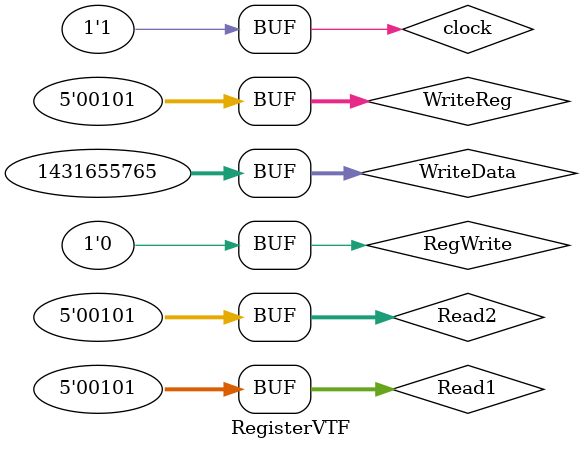
<source format=v>
`timescale 1ns / 1ps


module RegisterVTF;

	// Inputs
	reg [4:0] Read1;
	reg [4:0] Read2;
	reg [4:0] WriteReg;
	reg [31:0] WriteData;
	reg RegWrite;
	reg clock;

	// Outputs
	wire [31:0] Data1;
	wire [31:0] Data2;

	// Instantiate the Unit Under Test (UUT)
	Register uut (
		.Read1(Read1), 
		.Read2(Read2), 
		.WriteReg(WriteReg), 
		.WriteData(WriteData), 
		.RegWrite(RegWrite), 
		.Data1(Data1), 
		.Data2(Data2), 
		.clock(clock)
	);

	initial begin
		// Initialize Inputs
		Read1 = 0;
		Read2 = 0;
		WriteReg = 0;
		WriteData = 0;
		RegWrite = 0;
		clock = 1;

		// Wait 100 ns for global reset to finish
		#100;
        
		// Add stimulus here
		clock = 0;
		RegWrite = 1;
		WriteReg = 5;
		WriteData = 32'h55555555;
		#50
		clock = 1;
		Read1 = 5;
		Read2 = 5;
		#50
		clock = 0;
		RegWrite = 0;
		#50
		clock = 1;
		

	end
      
endmodule


</source>
